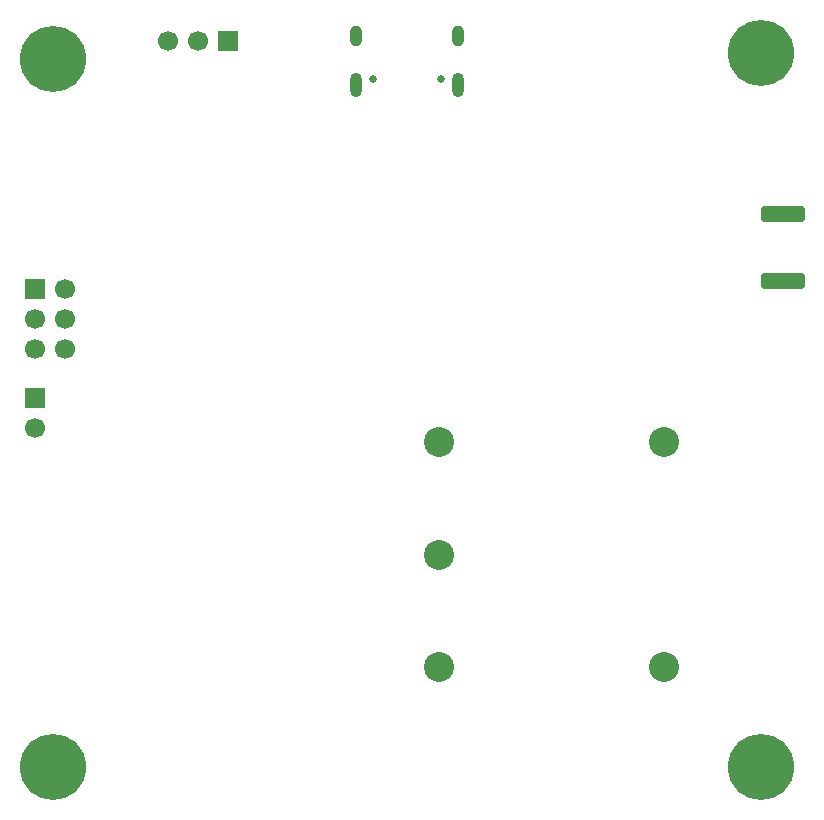
<source format=gbr>
%TF.GenerationSoftware,KiCad,Pcbnew,9.0.4*%
%TF.CreationDate,2025-10-01T21:18:27+02:00*%
%TF.ProjectId,gpsdo,67707364-6f2e-46b6-9963-61645f706362,rev?*%
%TF.SameCoordinates,Original*%
%TF.FileFunction,Soldermask,Bot*%
%TF.FilePolarity,Negative*%
%FSLAX46Y46*%
G04 Gerber Fmt 4.6, Leading zero omitted, Abs format (unit mm)*
G04 Created by KiCad (PCBNEW 9.0.4) date 2025-10-01 21:18:27*
%MOMM*%
%LPD*%
G01*
G04 APERTURE LIST*
G04 Aperture macros list*
%AMRoundRect*
0 Rectangle with rounded corners*
0 $1 Rounding radius*
0 $2 $3 $4 $5 $6 $7 $8 $9 X,Y pos of 4 corners*
0 Add a 4 corners polygon primitive as box body*
4,1,4,$2,$3,$4,$5,$6,$7,$8,$9,$2,$3,0*
0 Add four circle primitives for the rounded corners*
1,1,$1+$1,$2,$3*
1,1,$1+$1,$4,$5*
1,1,$1+$1,$6,$7*
1,1,$1+$1,$8,$9*
0 Add four rect primitives between the rounded corners*
20,1,$1+$1,$2,$3,$4,$5,0*
20,1,$1+$1,$4,$5,$6,$7,0*
20,1,$1+$1,$6,$7,$8,$9,0*
20,1,$1+$1,$8,$9,$2,$3,0*%
G04 Aperture macros list end*
%ADD10C,2.540000*%
%ADD11C,3.600000*%
%ADD12C,5.600000*%
%ADD13R,1.700000X1.700000*%
%ADD14C,1.700000*%
%ADD15RoundRect,0.250000X1.600000X-0.425000X1.600000X0.425000X-1.600000X0.425000X-1.600000X-0.425000X0*%
%ADD16C,0.650000*%
%ADD17O,1.000000X2.100000*%
%ADD18O,1.000000X1.800000*%
G04 APERTURE END LIST*
D10*
%TO.C,OSC5A2B1*%
X145450000Y-102225000D03*
X145450000Y-111750000D03*
X145450000Y-121275000D03*
X164500000Y-121275000D03*
X164500000Y-102225000D03*
%TD*%
D11*
%TO.C,REF\u002A\u002A*%
X112750000Y-69750000D03*
D12*
X112750000Y-69750000D03*
%TD*%
D13*
%TO.C,J4*%
X127580000Y-68250000D03*
D14*
X125040000Y-68250000D03*
X122500000Y-68250000D03*
%TD*%
D13*
%TO.C,J1*%
X111250000Y-98475000D03*
D14*
X111250000Y-101015000D03*
%TD*%
D15*
%TO.C,J5*%
X174587500Y-82925000D03*
X174587500Y-88575000D03*
%TD*%
D11*
%TO.C,REF\u002A\u002A*%
X172750000Y-129750000D03*
D12*
X172750000Y-129750000D03*
%TD*%
D16*
%TO.C,J3*%
X145640000Y-71480000D03*
X139860000Y-71480000D03*
D17*
X147070000Y-72000000D03*
D18*
X147070000Y-67800000D03*
D17*
X138430000Y-72000000D03*
D18*
X138430000Y-67800000D03*
%TD*%
D11*
%TO.C,REF\u002A\u002A*%
X172750000Y-69250000D03*
D12*
X172750000Y-69250000D03*
%TD*%
D11*
%TO.C,REF\u002A\u002A*%
X112750000Y-129750000D03*
D12*
X112750000Y-129750000D03*
%TD*%
D13*
%TO.C,J2*%
X111250000Y-89277500D03*
D14*
X113790000Y-89277500D03*
X111250000Y-91817500D03*
X113790000Y-91817500D03*
X111250000Y-94357500D03*
X113790000Y-94357500D03*
%TD*%
M02*

</source>
